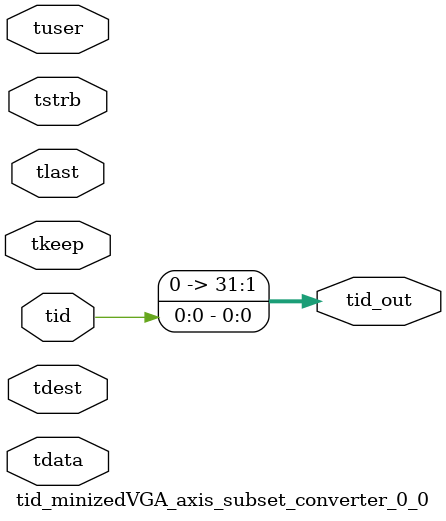
<source format=v>


`timescale 1ps/1ps

module tid_minizedVGA_axis_subset_converter_0_0 #
(
parameter C_S_AXIS_TID_WIDTH   = 1,
parameter C_S_AXIS_TUSER_WIDTH = 0,
parameter C_S_AXIS_TDATA_WIDTH = 0,
parameter C_S_AXIS_TDEST_WIDTH = 0,
parameter C_M_AXIS_TID_WIDTH   = 32
)
(
input  [(C_S_AXIS_TID_WIDTH   == 0 ? 1 : C_S_AXIS_TID_WIDTH)-1:0       ] tid,
input  [(C_S_AXIS_TDATA_WIDTH == 0 ? 1 : C_S_AXIS_TDATA_WIDTH)-1:0     ] tdata,
input  [(C_S_AXIS_TUSER_WIDTH == 0 ? 1 : C_S_AXIS_TUSER_WIDTH)-1:0     ] tuser,
input  [(C_S_AXIS_TDEST_WIDTH == 0 ? 1 : C_S_AXIS_TDEST_WIDTH)-1:0     ] tdest,
input  [(C_S_AXIS_TDATA_WIDTH/8)-1:0 ] tkeep,
input  [(C_S_AXIS_TDATA_WIDTH/8)-1:0 ] tstrb,
input                                                                    tlast,
output [(C_M_AXIS_TID_WIDTH   == 0 ? 1 : C_M_AXIS_TID_WIDTH)-1:0       ] tid_out
);

assign tid_out = {tid[0:0]};

endmodule


</source>
